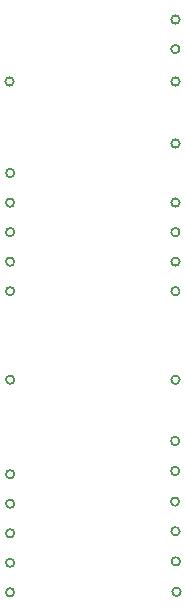
<source format=gbo>
%TF.GenerationSoftware,KiCad,Pcbnew,6.0.11-2627ca5db0~126~ubuntu22.04.1*%
%TF.CreationDate,2024-03-11T23:12:56-04:00*%
%TF.ProjectId,board,626f6172-642e-46b6-9963-61645f706362,rev?*%
%TF.SameCoordinates,Original*%
%TF.FileFunction,Legend,Bot*%
%TF.FilePolarity,Positive*%
%FSLAX46Y46*%
G04 Gerber Fmt 4.6, Leading zero omitted, Abs format (unit mm)*
G04 Created by KiCad (PCBNEW 6.0.11-2627ca5db0~126~ubuntu22.04.1) date 2024-03-11 23:12:56*
%MOMM*%
%LPD*%
G01*
G04 APERTURE LIST*
%ADD10C,0.150000*%
%ADD11R,1.700000X1.700000*%
%ADD12O,1.700000X1.700000*%
%ADD13C,1.700000*%
%ADD14C,4.000000*%
%ADD15C,2.200000*%
%ADD16C,5.700000*%
%ADD17R,3.000000X3.000000*%
%ADD18C,3.000000*%
%ADD19C,1.524000*%
%ADD20O,3.000000X2.900000*%
%ADD21O,1.800000X1.800000*%
%ADD22O,1.500000X1.500000*%
%ADD23C,3.450000*%
G04 APERTURE END LIST*
D10*
X142853553Y-83830000D02*
G75*
G03*
X142853553Y-83830000I-353553J0D01*
G01*
X128853553Y-79000000D02*
G75*
G03*
X128853553Y-79000000I-353553J0D01*
G01*
X142943553Y-88960000D02*
G75*
G03*
X142943553Y-88960000I-353553J0D01*
G01*
X142853553Y-63500000D02*
G75*
G03*
X142853553Y-63500000I-353553J0D01*
G01*
X128853553Y-81500000D02*
G75*
G03*
X128853553Y-81500000I-353553J0D01*
G01*
X128853553Y-56000000D02*
G75*
G03*
X128853553Y-56000000I-353553J0D01*
G01*
X142823553Y-78730000D02*
G75*
G03*
X142823553Y-78730000I-353553J0D01*
G01*
X142853553Y-45750000D02*
G75*
G03*
X142853553Y-45750000I-353553J0D01*
G01*
X142883553Y-86380000D02*
G75*
G03*
X142883553Y-86380000I-353553J0D01*
G01*
X142823553Y-81310000D02*
G75*
G03*
X142823553Y-81310000I-353553J0D01*
G01*
X142853553Y-61000000D02*
G75*
G03*
X142853553Y-61000000I-353553J0D01*
G01*
X142853553Y-56000000D02*
G75*
G03*
X142853553Y-56000000I-353553J0D01*
G01*
X128853553Y-84000000D02*
G75*
G03*
X128853553Y-84000000I-353553J0D01*
G01*
X142853553Y-40500000D02*
G75*
G03*
X142853553Y-40500000I-353553J0D01*
G01*
X128853553Y-61000000D02*
G75*
G03*
X128853553Y-61000000I-353553J0D01*
G01*
X128803553Y-45750000D02*
G75*
G03*
X128803553Y-45750000I-353553J0D01*
G01*
X142853553Y-58500000D02*
G75*
G03*
X142853553Y-58500000I-353553J0D01*
G01*
X128853553Y-86500000D02*
G75*
G03*
X128853553Y-86500000I-353553J0D01*
G01*
X128853553Y-53500000D02*
G75*
G03*
X128853553Y-53500000I-353553J0D01*
G01*
X142823553Y-76180000D02*
G75*
G03*
X142823553Y-76180000I-353553J0D01*
G01*
X128853553Y-71000000D02*
G75*
G03*
X128853553Y-71000000I-353553J0D01*
G01*
X142853553Y-43000000D02*
G75*
G03*
X142853553Y-43000000I-353553J0D01*
G01*
X142853553Y-51000000D02*
G75*
G03*
X142853553Y-51000000I-353553J0D01*
G01*
X128853553Y-63500000D02*
G75*
G03*
X128853553Y-63500000I-353553J0D01*
G01*
X128853553Y-58500000D02*
G75*
G03*
X128853553Y-58500000I-353553J0D01*
G01*
X142853553Y-71000000D02*
G75*
G03*
X142853553Y-71000000I-353553J0D01*
G01*
X128853553Y-89000000D02*
G75*
G03*
X128853553Y-89000000I-353553J0D01*
G01*
%LPC*%
D11*
%TO.C,J3*%
X163850000Y-91160000D03*
D12*
X161310000Y-91160000D03*
X158770000Y-91160000D03*
X156230000Y-91160000D03*
X153690000Y-91160000D03*
X151150000Y-91160000D03*
%TD*%
D13*
%TO.C,SW4*%
X176610000Y-105340000D03*
X166450000Y-105340000D03*
D14*
X171530000Y-105340000D03*
D15*
X174070000Y-100260000D03*
X167720000Y-102800000D03*
%TD*%
D16*
%TO.C,REF3*%
X212000000Y-111750000D03*
%TD*%
D13*
%TO.C,SW2*%
X157060000Y-105340000D03*
D14*
X151980000Y-105340000D03*
D13*
X146900000Y-105340000D03*
D15*
X154520000Y-100260000D03*
X148170000Y-102800000D03*
%TD*%
D17*
%TO.C,J1*%
X165890000Y-42510000D03*
D18*
X160810000Y-42510000D03*
%TD*%
D13*
%TO.C,SW5*%
X186000000Y-105340000D03*
X196160000Y-105340000D03*
D14*
X191080000Y-105340000D03*
D15*
X193620000Y-100260000D03*
X187270000Y-102800000D03*
%TD*%
D16*
%TO.C,REF4*%
X212000000Y-42000000D03*
%TD*%
%TO.C,REF1*%
X98000000Y-42000000D03*
%TD*%
D13*
%TO.C,SW1*%
X137510000Y-105340000D03*
D14*
X132430000Y-105340000D03*
D13*
X127350000Y-105340000D03*
D15*
X134970000Y-100260000D03*
X128620000Y-102800000D03*
%TD*%
D11*
%TO.C,J5*%
X160005000Y-74420000D03*
D12*
X162545000Y-74420000D03*
%TD*%
D19*
%TO.C,SW3*%
X105750000Y-103100000D03*
X105750000Y-108100000D03*
X105750000Y-105600000D03*
X120250000Y-103100000D03*
X120250000Y-108100000D03*
D20*
X113250000Y-112200000D03*
X113250000Y-99000000D03*
%TD*%
D16*
%TO.C,REF2*%
X98000000Y-111800000D03*
%TD*%
D11*
%TO.C,J4*%
X159845000Y-82080000D03*
D12*
X162385000Y-82080000D03*
%TD*%
D21*
%TO.C,U1*%
X132775000Y-40755000D03*
D22*
X133075000Y-43785000D03*
D21*
X138225000Y-40755000D03*
D22*
X137925000Y-43785000D03*
D12*
X126610000Y-40625000D03*
X126610000Y-43165000D03*
D11*
X126610000Y-45705000D03*
D12*
X126610000Y-48245000D03*
X126610000Y-50785000D03*
X126610000Y-53325000D03*
X126610000Y-55865000D03*
D11*
X126610000Y-58405000D03*
D12*
X126610000Y-60945000D03*
X126610000Y-63485000D03*
X126610000Y-66025000D03*
X126610000Y-68565000D03*
D11*
X126610000Y-71105000D03*
D12*
X126610000Y-73645000D03*
X126610000Y-76185000D03*
X126610000Y-78725000D03*
X126610000Y-81265000D03*
D11*
X126610000Y-83805000D03*
D12*
X126610000Y-86345000D03*
X126610000Y-88885000D03*
X144390000Y-88885000D03*
X144390000Y-86345000D03*
D11*
X144390000Y-83805000D03*
D12*
X144390000Y-81265000D03*
X144390000Y-78725000D03*
X144390000Y-76185000D03*
X144390000Y-73645000D03*
D11*
X144390000Y-71105000D03*
D12*
X144390000Y-68565000D03*
X144390000Y-66025000D03*
X144390000Y-63485000D03*
X144390000Y-60945000D03*
D11*
X144390000Y-58405000D03*
D12*
X144390000Y-55865000D03*
X144390000Y-53325000D03*
X144390000Y-50785000D03*
X144390000Y-48245000D03*
D11*
X144390000Y-45705000D03*
D12*
X144390000Y-43165000D03*
X144390000Y-40625000D03*
X132960000Y-88655000D03*
D11*
X135500000Y-88655000D03*
D12*
X138040000Y-88655000D03*
%TD*%
D23*
%TO.C,BT1*%
X176650000Y-67750000D03*
X200150000Y-67750000D03*
D17*
X200150000Y-44030000D03*
D18*
X187450000Y-44030000D03*
%TD*%
M02*

</source>
